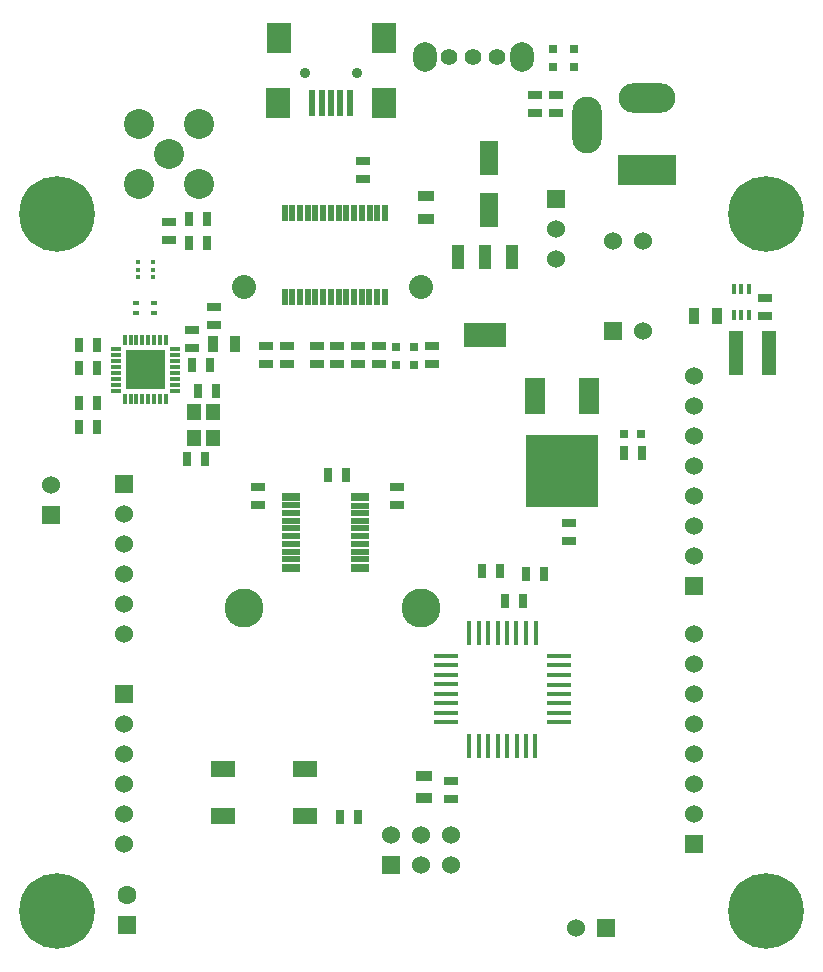
<source format=gts>
G04 (created by PCBNEW (2013-07-07 BZR 4022)-stable) date Thu 15 Aug 2013 02:54:19 PM NZST*
%MOIN*%
G04 Gerber Fmt 3.4, Leading zero omitted, Abs format*
%FSLAX34Y34*%
G01*
G70*
G90*
G04 APERTURE LIST*
%ADD10C,0.00590551*%
%ADD11C,0.0354*%
%ADD12R,0.0787X0.0984*%
%ADD13R,0.0197X0.0906*%
%ADD14C,0.252*%
%ADD15R,0.0177X0.0787*%
%ADD16R,0.0787X0.0177*%
%ADD17R,0.06X0.06*%
%ADD18C,0.06*%
%ADD19R,0.144X0.08*%
%ADD20R,0.04X0.08*%
%ADD21R,0.035X0.055*%
%ADD22R,0.055X0.035*%
%ADD23R,0.045X0.025*%
%ADD24R,0.025X0.045*%
%ADD25R,0.0236X0.0157*%
%ADD26R,0.0314X0.0314*%
%ADD27R,0.063X0.1181*%
%ADD28R,0.0787402X0.0551181*%
%ADD29R,0.0472441X0.0551181*%
%ADD30R,0.065X0.12*%
%ADD31R,0.24X0.24*%
%ADD32C,0.1*%
%ADD33R,0.0629921X0.0629921*%
%ADD34C,0.0629921*%
%ADD35O,0.189X0.0984252*%
%ADD36R,0.19685X0.0984252*%
%ADD37O,0.0984252X0.189*%
%ADD38C,0.0551181*%
%ADD39O,0.0787402X0.0984252*%
%ADD40R,0.015748X0.011811*%
%ADD41R,0.0137795X0.0334646*%
%ADD42R,0.023874X0.057874*%
%ADD43R,0.0610236X0.023622*%
%ADD44R,0.0610236X0.0314961*%
%ADD45C,0.08*%
%ADD46C,0.13*%
%ADD47R,0.037874X0.017874*%
%ADD48R,0.017874X0.037874*%
%ADD49R,0.0708661X0.0708661*%
%ADD50R,0.0472441X0.145669*%
G04 APERTURE END LIST*
G54D10*
G54D11*
X29634Y-21800D03*
X31366Y-21800D03*
G54D12*
X28768Y-20619D03*
X32252Y-20619D03*
X28748Y-22784D03*
X32252Y-22784D03*
G54D13*
X30500Y-22784D03*
X30815Y-22784D03*
X31130Y-22784D03*
X30185Y-22784D03*
X29870Y-22784D03*
G54D14*
X21380Y-26500D03*
X21380Y-49730D03*
X45000Y-26500D03*
X45000Y-49730D03*
G54D15*
X37313Y-44218D03*
X36998Y-44218D03*
X36683Y-44218D03*
X36368Y-44218D03*
X36053Y-44218D03*
X35738Y-44218D03*
X35423Y-44218D03*
X35108Y-44218D03*
X35110Y-40452D03*
X37320Y-40452D03*
X37000Y-40452D03*
X36680Y-40452D03*
X36370Y-40452D03*
X36050Y-40452D03*
X35740Y-40452D03*
X35420Y-40452D03*
G54D16*
X34320Y-43434D03*
X34320Y-43120D03*
X34320Y-42804D03*
X34320Y-42490D03*
X34320Y-42174D03*
X34320Y-41860D03*
X34320Y-41544D03*
X34320Y-41230D03*
X38100Y-43432D03*
X38100Y-43122D03*
X38100Y-42802D03*
X38100Y-42492D03*
X38100Y-42182D03*
X38100Y-41862D03*
X38100Y-41542D03*
X38100Y-41222D03*
G54D17*
X39900Y-30400D03*
G54D18*
X40900Y-30400D03*
X40900Y-27400D03*
X39900Y-27400D03*
G54D19*
X35629Y-30532D03*
G54D20*
X35629Y-27932D03*
X34729Y-27932D03*
X36529Y-27932D03*
G54D21*
X27304Y-30826D03*
X26554Y-30826D03*
G54D22*
X33600Y-45225D03*
X33600Y-45975D03*
X33661Y-26654D03*
X33661Y-25904D03*
G54D23*
X34500Y-45400D03*
X34500Y-46000D03*
G54D24*
X22101Y-31614D03*
X22701Y-31614D03*
X25881Y-31535D03*
X26481Y-31535D03*
G54D23*
X25866Y-30969D03*
X25866Y-30369D03*
G54D24*
X25685Y-34660D03*
X26285Y-34660D03*
X26060Y-32380D03*
X26660Y-32380D03*
X25782Y-27460D03*
X26382Y-27460D03*
X22101Y-32795D03*
X22701Y-32795D03*
G54D23*
X29035Y-30900D03*
X29035Y-31500D03*
X31574Y-25339D03*
X31574Y-24739D03*
X30019Y-30900D03*
X30019Y-31500D03*
X28070Y-36205D03*
X28070Y-35605D03*
G54D24*
X31008Y-35196D03*
X30408Y-35196D03*
X36914Y-39409D03*
X36314Y-39409D03*
G54D23*
X31397Y-31500D03*
X31397Y-30900D03*
X25098Y-27366D03*
X25098Y-26766D03*
G54D24*
X22101Y-30866D03*
X22701Y-30866D03*
X22101Y-33582D03*
X22701Y-33582D03*
G54D23*
X32086Y-31500D03*
X32086Y-30900D03*
X33858Y-31500D03*
X33858Y-30900D03*
G54D24*
X30800Y-46600D03*
X31400Y-46600D03*
G54D23*
X32716Y-36205D03*
X32716Y-35605D03*
X37303Y-23134D03*
X37303Y-22534D03*
X37992Y-23134D03*
X37992Y-22534D03*
X38425Y-37386D03*
X38425Y-36786D03*
G54D24*
X35526Y-38385D03*
X36126Y-38385D03*
G54D23*
X30708Y-31500D03*
X30708Y-30900D03*
X28346Y-31500D03*
X28346Y-30900D03*
G54D24*
X40251Y-34448D03*
X40851Y-34448D03*
X36983Y-38503D03*
X37583Y-38503D03*
G54D25*
X24015Y-29802D03*
X24015Y-29448D03*
X24606Y-29802D03*
X24606Y-29448D03*
G54D17*
X42600Y-47500D03*
G54D18*
X42600Y-46500D03*
X42600Y-45500D03*
X42600Y-44500D03*
X42600Y-43500D03*
X42600Y-42500D03*
X42600Y-41500D03*
X42600Y-40500D03*
G54D17*
X42600Y-38900D03*
G54D18*
X42600Y-37900D03*
X42600Y-36900D03*
X42600Y-35900D03*
X42600Y-34900D03*
X42600Y-33900D03*
X42600Y-32900D03*
X42600Y-31900D03*
G54D17*
X32500Y-48200D03*
G54D18*
X32500Y-47200D03*
X33500Y-48200D03*
X33500Y-47200D03*
X34500Y-48200D03*
X34500Y-47200D03*
G54D17*
X38000Y-26000D03*
G54D18*
X38000Y-27000D03*
X38000Y-28000D03*
G54D17*
X21161Y-36523D03*
G54D18*
X21161Y-35523D03*
G54D17*
X39673Y-50295D03*
G54D18*
X38673Y-50295D03*
G54D17*
X23600Y-42500D03*
G54D18*
X23600Y-43500D03*
X23600Y-44500D03*
X23600Y-45500D03*
X23600Y-46500D03*
X23600Y-47500D03*
G54D17*
X23600Y-35500D03*
G54D18*
X23600Y-36500D03*
X23600Y-37500D03*
X23600Y-38500D03*
X23600Y-39500D03*
X23600Y-40500D03*
G54D26*
X37900Y-21595D03*
X37900Y-21005D03*
X40846Y-33818D03*
X40256Y-33818D03*
X32677Y-30925D03*
X32677Y-31515D03*
X38600Y-21595D03*
X38600Y-21005D03*
X33267Y-30925D03*
X33267Y-31515D03*
G54D27*
X35750Y-24634D03*
X35750Y-26366D03*
G54D28*
X29645Y-46574D03*
X29645Y-45000D03*
X26889Y-45000D03*
X26889Y-46574D03*
G54D24*
X25782Y-26673D03*
X26382Y-26673D03*
G54D29*
X25925Y-33096D03*
X25925Y-33963D03*
X26554Y-33096D03*
X26554Y-33963D03*
G54D30*
X39088Y-32578D03*
G54D31*
X38188Y-35078D03*
G54D30*
X37288Y-32578D03*
G54D32*
X25100Y-24500D03*
X26100Y-23500D03*
X24100Y-23500D03*
X24100Y-25500D03*
X26100Y-25500D03*
G54D33*
X23700Y-50192D03*
G54D34*
X23700Y-49207D03*
G54D35*
X41043Y-22637D03*
G54D36*
X41043Y-25037D03*
G54D37*
X39043Y-23537D03*
G54D38*
X35236Y-21259D03*
X36023Y-21259D03*
X34448Y-21259D03*
G54D39*
X33622Y-21259D03*
X36850Y-21259D03*
G54D40*
X24557Y-28602D03*
X24557Y-28346D03*
X24557Y-28090D03*
X24064Y-28602D03*
X24064Y-28346D03*
X24064Y-28090D03*
G54D41*
X44428Y-28982D03*
X44173Y-28982D03*
X43917Y-28982D03*
X43917Y-29849D03*
X44173Y-29849D03*
X44428Y-29849D03*
G54D21*
X43366Y-29908D03*
X42616Y-29908D03*
G54D23*
X44960Y-29293D03*
X44960Y-29893D03*
G54D42*
X28960Y-29254D03*
X29210Y-29254D03*
X29470Y-29254D03*
X29730Y-29254D03*
X29980Y-29254D03*
X30240Y-29254D03*
X30500Y-29254D03*
X30750Y-29254D03*
X31010Y-29254D03*
X31260Y-29254D03*
X31520Y-29254D03*
X31780Y-29254D03*
X32030Y-29254D03*
X32290Y-29254D03*
X32290Y-26454D03*
X32030Y-26454D03*
X31790Y-26454D03*
X31520Y-26454D03*
X31260Y-26454D03*
X31010Y-26454D03*
X30750Y-26454D03*
X30500Y-26454D03*
X30240Y-26454D03*
X29980Y-26454D03*
X29730Y-26454D03*
X29470Y-26454D03*
X29210Y-26454D03*
X28960Y-26454D03*
G54D43*
X29161Y-36978D03*
X29161Y-37234D03*
X29161Y-37490D03*
X29161Y-37746D03*
X31468Y-36214D03*
X29161Y-36210D03*
X29161Y-36466D03*
X29161Y-36722D03*
X31468Y-38001D03*
X31468Y-37746D03*
X31468Y-37490D03*
X31468Y-37234D03*
X31468Y-36978D03*
X31468Y-36722D03*
X29161Y-38001D03*
X31468Y-36466D03*
G54D44*
X29161Y-35915D03*
X29161Y-38297D03*
X31468Y-38297D03*
X31468Y-35915D03*
G54D45*
X33505Y-28918D03*
X27605Y-28918D03*
G54D46*
X33505Y-39618D03*
X27605Y-39618D03*
G54D47*
X25295Y-31200D03*
X25295Y-31397D03*
X25295Y-31594D03*
X25295Y-31003D03*
G54D48*
X25000Y-30708D03*
X24803Y-30708D03*
X24606Y-30708D03*
X24409Y-30708D03*
X24213Y-30708D03*
X24016Y-30708D03*
X23819Y-30708D03*
X23622Y-30708D03*
G54D47*
X23327Y-32381D03*
X23327Y-31003D03*
X23327Y-31200D03*
X23327Y-31397D03*
X23327Y-31594D03*
X23327Y-31790D03*
X23327Y-31987D03*
X23327Y-32184D03*
G54D48*
X23622Y-32676D03*
X23819Y-32676D03*
X24016Y-32676D03*
X24213Y-32676D03*
X24409Y-32676D03*
X24606Y-32676D03*
X24803Y-32676D03*
X25000Y-32676D03*
G54D47*
X25295Y-32381D03*
X25295Y-32184D03*
X25295Y-31987D03*
X25295Y-31790D03*
G54D49*
X24625Y-31377D03*
X24625Y-32007D03*
X23996Y-31377D03*
X23996Y-32007D03*
G54D23*
X26600Y-30200D03*
X26600Y-29600D03*
G54D50*
X45098Y-31112D03*
X43996Y-31112D03*
M02*

</source>
